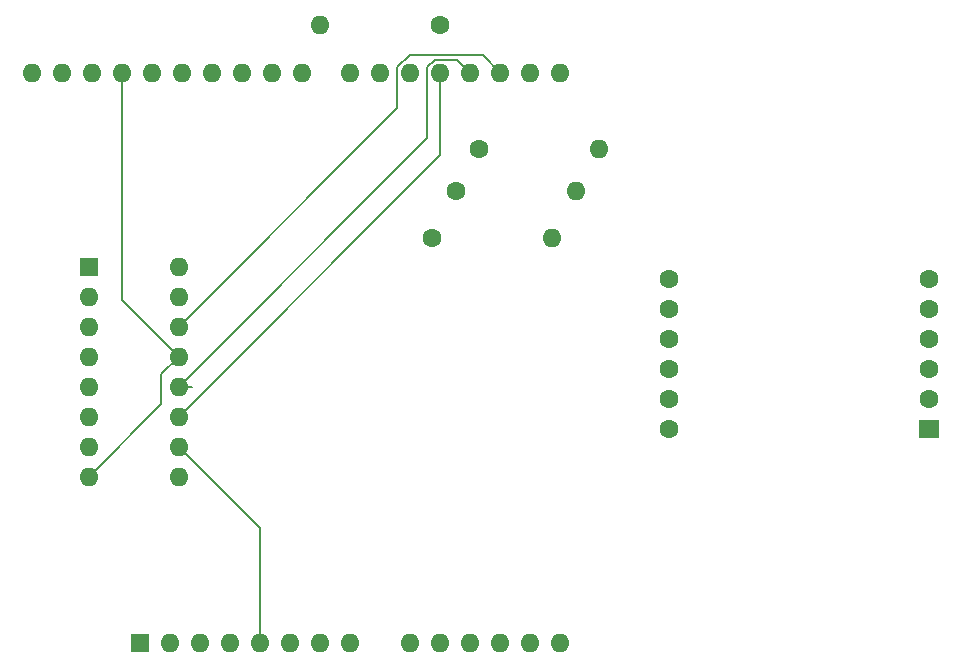
<source format=gbl>
%TF.GenerationSoftware,KiCad,Pcbnew,8.0.4-8.0.4-0~ubuntu24.04.1*%
%TF.CreationDate,2024-08-14T22:18:35+02:00*%
%TF.ProjectId,test_pcb,74657374-5f70-4636-922e-6b696361645f,rev?*%
%TF.SameCoordinates,Original*%
%TF.FileFunction,Copper,L2,Bot*%
%TF.FilePolarity,Positive*%
%FSLAX46Y46*%
G04 Gerber Fmt 4.6, Leading zero omitted, Abs format (unit mm)*
G04 Created by KiCad (PCBNEW 8.0.4-8.0.4-0~ubuntu24.04.1) date 2024-08-14 22:18:35*
%MOMM*%
%LPD*%
G01*
G04 APERTURE LIST*
%TA.AperFunction,ComponentPad*%
%ADD10C,1.600000*%
%TD*%
%TA.AperFunction,ComponentPad*%
%ADD11O,1.600000X1.600000*%
%TD*%
%TA.AperFunction,ComponentPad*%
%ADD12R,1.700000X1.600000*%
%TD*%
%TA.AperFunction,ComponentPad*%
%ADD13R,1.600000X1.600000*%
%TD*%
%TA.AperFunction,Conductor*%
%ADD14C,0.200000*%
%TD*%
G04 APERTURE END LIST*
D10*
X156080000Y-69000000D03*
D11*
X145920000Y-69000000D03*
D10*
X155420000Y-87000000D03*
D11*
X165580000Y-87000000D03*
D10*
X157420000Y-83000000D03*
D11*
X167580000Y-83000000D03*
D12*
X197500000Y-103200000D03*
D10*
X197500000Y-100660000D03*
X197500000Y-98120000D03*
X197500000Y-95580000D03*
X197500000Y-93040000D03*
X197500000Y-90500000D03*
X175500000Y-90500000D03*
X175500000Y-93040000D03*
X175500000Y-95580000D03*
X175500000Y-98120000D03*
X175500000Y-100660000D03*
X175500000Y-103200000D03*
D11*
X169580000Y-79500000D03*
D10*
X159420000Y-79500000D03*
D13*
X130720000Y-121260000D03*
D11*
X133260000Y-121260000D03*
X135800000Y-121260000D03*
X138340000Y-121260000D03*
X140880000Y-121260000D03*
X143420000Y-121260000D03*
X145960000Y-121260000D03*
X148500000Y-121260000D03*
X153580000Y-121260000D03*
X156120000Y-121260000D03*
X158660000Y-121260000D03*
X161200000Y-121260000D03*
X163740000Y-121260000D03*
X166280000Y-121260000D03*
X166280000Y-73000000D03*
X163740000Y-73000000D03*
X161200000Y-73000000D03*
X158660000Y-73000000D03*
X156120000Y-73000000D03*
X153580000Y-73000000D03*
X151040000Y-73000000D03*
X148500000Y-73000000D03*
X144440000Y-73000000D03*
X141900000Y-73000000D03*
X139360000Y-73000000D03*
X136820000Y-73000000D03*
X134280000Y-73000000D03*
X131740000Y-73000000D03*
X129200000Y-73000000D03*
X126660000Y-73000000D03*
X124120000Y-73000000D03*
X121580000Y-73000000D03*
X134000000Y-89420000D03*
X134000000Y-91960000D03*
X134000000Y-94500000D03*
X134000000Y-97040000D03*
X134000000Y-99580000D03*
X134000000Y-102120000D03*
X134000000Y-104660000D03*
X134000000Y-107200000D03*
X126380000Y-107200000D03*
X126380000Y-104660000D03*
X126380000Y-102120000D03*
X126380000Y-99580000D03*
X126380000Y-97040000D03*
X126380000Y-94500000D03*
X126380000Y-91960000D03*
D13*
X126380000Y-89420000D03*
D14*
X134000000Y-104660000D02*
X140880000Y-111540000D01*
X140880000Y-111540000D02*
X140880000Y-121260000D01*
X134000000Y-94500000D02*
X152480000Y-76020000D01*
X153524365Y-71500000D02*
X159700000Y-71500000D01*
X152480000Y-76020000D02*
X152480000Y-72544365D01*
X152480000Y-72544365D02*
X153524365Y-71500000D01*
X159700000Y-71500000D02*
X161200000Y-73000000D01*
X134000000Y-99580000D02*
X155020000Y-78560000D01*
X155020000Y-78560000D02*
X155020000Y-72544365D01*
X155020000Y-72544365D02*
X155664365Y-71900000D01*
X155664365Y-71900000D02*
X157560000Y-71900000D01*
X157560000Y-71900000D02*
X158660000Y-73000000D01*
X134000000Y-102120000D02*
X156120000Y-80000000D01*
X156120000Y-80000000D02*
X156120000Y-73000000D01*
X134000000Y-97040000D02*
X129200000Y-92240000D01*
X129200000Y-92240000D02*
X129200000Y-73000000D01*
X134000000Y-97040000D02*
X132500000Y-98540000D01*
X132500000Y-98540000D02*
X132500000Y-101080000D01*
X132500000Y-101080000D02*
X126380000Y-107200000D01*
X134000000Y-99580000D02*
X135131370Y-99580000D01*
X153580000Y-73660000D02*
X153580000Y-73000000D01*
M02*

</source>
